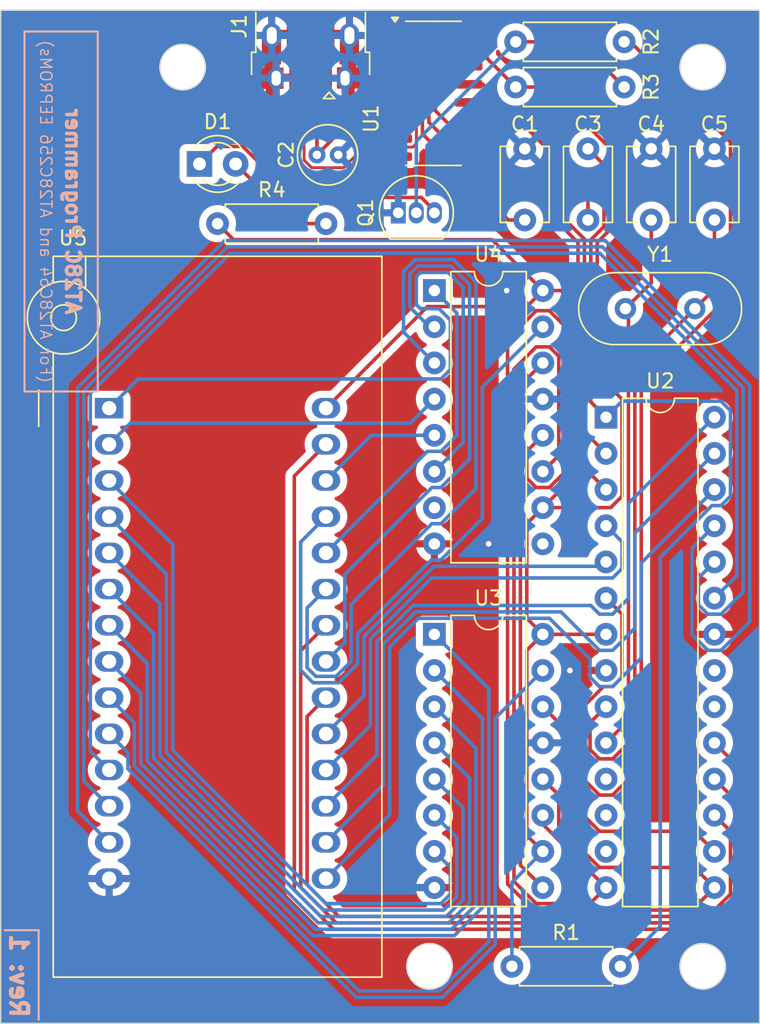
<source format=kicad_pcb>
(kicad_pcb (version 20240108) (generator "pcbnew") (generator_version "8.0")
  (title_block (title "AT28C_Programmer") (date "2024-03-10") (rev "1") (comment 1 "Creator: Matan Brightbert"))
  (layers (0 "F.Cu" signal) (31 "B.Cu" signal) (34 "B.Paste" user) (35 "F.Paste" user) (36 "B.SilkS" user "B.Silkscreen") (37 "F.SilkS" user "F.Silkscreen") (38 "B.Mask" user) (39 "F.Mask" user) (44 "Edge.Cuts" user))
  (net 0 "")
  (net 1 "/Reset")
  (net 2 "GND")
  (net 3 "Net-(U1-~{DTR})")
  (net 4 "+5V")
  (net 5 "Net-(U2-XTAL2{slash}PB7)")
  (net 6 "Net-(U2-XTAL1{slash}PB6)")
  (net 7 "/USB_Data_-")
  (net 8 "/USB_Data_+")
  (net 10 "Net-(U1-TXD)")
  (net 11 "Net-(U1-RXD)")
  (net 12 "Net-(U1-V3)")
  (net 21 "/Data6")
  (net 22 "/Data7")
  (net 23 "Net-(Q1-B)")
  (net 27 "Net-(U2-PB0)")
  (net 28 "Net-(U2-PB1)")
  (net 29 "Net-(U2-PB2)")
  (net 30 "Net-(U2-PB3)")
  (net 31 "Net-(U2-PB4)")
  (net 32 "Net-(U2-PB5)")
  (net 35 "/Data0")
  (net 36 "/Data1")
  (net 37 "/Data2")
  (net 38 "/Data3")
  (net 39 "/Data4")
  (net 40 "/Data5")
  (net 41 "/Addr1")
  (net 42 "/Addr2")
  (net 43 "/Addr3")
  (net 44 "/Addr4")
  (net 45 "/Addr5")
  (net 46 "/Addr6")
  (net 47 "/Addr7")
  (net 48 "Net-(U3-QH')")
  (net 49 "/Addr0")
  (net 50 "/Addr9")
  (net 51 "/Addr10")
  (net 52 "/Addr11")
  (net 53 "/Addr12")
  (net 54 "/Addr13")
  (net 55 "/Addr14")
  (net 58 "/Addr8")
  (net 59 "Net-(D1-K)")
  (net 60 "Net-(U2-PD4)")
  (net 61 "Net-(D1-A)")
  (footprint "Package_DIP:DIP-28_W7.62mm" (layer "F.Cu") (at 164.465 97.79)
    (property "Reference" "U2")
    (property "Value" "ATmega328-P")
  )
  (footprint "Resistor_THT:R_Axial_DIN0207_L6.3mm_D2.5mm_P7.62mm_Horizontal" (layer "F.Cu") (at 137.16 84.201)
    (property "Reference" "R4")
    (property "Value" "1K")
  )
  (footprint "Resistor_THT:R_Axial_DIN0207_L6.3mm_D2.5mm_P7.62mm_Horizontal" (layer "F.Cu") (at 158.115 74.6125)
    (property "Reference" "R3")
    (property "Value" "10K")
  )
  (footprint "Resistor_THT:R_Axial_DIN0207_L6.3mm_D2.5mm_P7.62mm_Horizontal" (layer "F.Cu") (at 157.85 136.335)
    (property "Reference" "R1")
    (property "Value" "10K")
  )
  (footprint "Package_TO_SOT_THT:TO-92_Inline" (layer "F.Cu") (at 149.86 83.439)
    (property "Reference" "Q1")
    (property "Value" "S8050")
  )
  (footprint "Package_DIP:DIP-16_W7.62mm" (layer "F.Cu") (at 152.4 113.03)
    (property "Reference" "U3")
    (property "Value" "74HC595")
  )
  (footprint "Package_SO:SOIC-16_3.9x9.9mm_P1.27mm" (layer "F.Cu") (at 152.335 75.057)
    (property "Reference" "U1")
    (property "Value" "CH340C")
  )
  (footprint "Crystal:Crystal_HC49-4H_Vertical" (layer "F.Cu") (at 165.825 90.17)
    (property "Reference" "Y1")
    (property "Value" "16MHz")
  )
  (footprint "Capacitor_THT:C_Disc_D5.1mm_W3.2mm_P5.00mm" (layer "F.Cu") (at 172.085 83.947 90)
    (property "Reference" "C5")
    (property "Value" "22p")
  )
  (footprint "Package_DIP:DIP-16_W7.62mm" (layer "F.Cu") (at 152.4 88.9)
    (property "Reference" "U4")
    (property "Value" "74HC595")
  )
  (footprint "Socket:DIP_Socket-28_W11.9_W12.7_W15.24_W17.78_W18.5_3M_228-1277-00-0602J" (layer "F.Cu") (at 129.54 97.155)
    (property "Reference" "U5")
    (property "Value" "AT28C256")
  )
  (footprint "Capacitor_THT:C_Disc_D5.1mm_W3.2mm_P5.00mm" (layer "F.Cu") (at 167.64 83.947 90)
    (property "Reference" "C4")
    (property "Value" "22p")
  )
  (footprint "Capacitor_THT:C_Disc_D5.1mm_W3.2mm_P5.00mm" (layer "F.Cu") (at 163.195 83.947 90)
    (property "Reference" "C3")
    (property "Value" "100n")
  )
  (footprint "LED_THT:LED_D3.0mm" (layer "F.Cu") (at 135.89 80.01)
    (property "Reference" "D1")
    (property "Value" "LED")
  )
  (footprint "Connector_USB:USB_Micro-B_Amphenol_10103594-0001LF_Horizontal" (layer "F.Cu") (at 143.675 72.108 180)
    (property "Reference" "J1")
    (property "Value" "USB_B_Micro")
  )
  (footprint "Capacitor_THT:C_Radial_D4.0mm_H7.0mm_P1.50mm" (layer "F.Cu") (at 144.145 79.375)
    (property "Reference" "C2")
    (property "Value" "10μ")
  )
  (footprint "Resistor_THT:R_Axial_DIN0207_L6.3mm_D2.5mm_P7.62mm_Horizontal" (layer "F.Cu") (at 165.735 71.4375 180)
    (property "Reference" "R2")
    (property "Value" "1K")
  )
  (footprint "Capacitor_THT:C_Disc_D5.1mm_W3.2mm_P5.00mm" (layer "F.Cu") (at 158.75 83.947 90)
    (property "Reference" "C1")
    (property "Value" "10n")
  )
  (gr_rect (start 123.5925 70.7175) (end 128.7425 95.9855) (stroke (width 0.15)) (fill none) (layer "B.SilkS"))
  (gr_line (start 124.587 133.801) (end 124.587 140.081) (stroke (width 0.15)) (layer "B.SilkS"))
  (gr_line (start 124.587 133.801) (end 122.207 133.801) (stroke (width 0.15)) (layer "B.SilkS"))
  (gr_circle (center 152.06 136.335) (end 153.66 136.335) (stroke (width 0.1)) (fill none) (layer "Edge.Cuts"))
  (gr_circle (center 134.71 73.215) (end 136.31 73.215) (stroke (width 0.1)) (fill none) (layer "Edge.Cuts"))
  (gr_rect (start 121.92 69.215) (end 175.26 140.335) (stroke (width 0.1)) (fill none) (layer "Edge.Cuts"))
  (gr_circle (center 171.26 73.215) (end 172.86 73.215) (stroke (width 0.1)) (fill none) (layer "Edge.Cuts"))
  (gr_circle (center 171.26 136.335) (end 172.86 136.335) (stroke (width 0.1)) (fill none) (layer "Edge.Cuts"))
  (gr_text "(For AT28C64 and AT28C256 EEPROMs)" (at 125.095 83.3515 270) (layer "B.SilkS") (effects (font (size 0.8 0.8) (thickness 0.1)) (justify mirror)))
  (gr_text "AT28C Programmer" (at 127 83.3515 270) (layer "B.SilkS") (effects (font (size 1 1) (thickness 0.25)) (justify mirror)))
  (gr_text "Rev: 1" (at 123.19 140.081 -90) (layer "B.SilkS") (effects (font (size 1.2 1.2) (thickness 0.3)) (justify left mirror)))
  (segment (start 164.465 97.79) (end 163.395 96.72) (width 0.25) (layer "F.Cu") (net 1))
  (segment (start 163.395 96.72) (end 163.395 85.337991) (width 0.25) (layer "F.Cu") (net 1))
  (segment (start 163.395 85.337991) (end 164.32 84.412991) (width 0.25) (layer "F.Cu") (net 1))
  (segment (start 164.32 84.412991) (end 164.32 80.072) (width 0.25) (layer "F.Cu") (net 1))
  (segment (start 164.32 80.072) (end 163.195 78.947) (width 0.25) (layer "F.Cu") (net 1))
  (segment (start 171.909009 103.995) (end 172.550991 103.995) (width 0.25) (layer "B.Cu") (net 1))
  (segment (start 173.21 103.335991) (end 173.21 97.324009) (width 0.25) (layer "B.Cu") (net 1))
  (segment (start 172.550991 96.665) (end 165.59 96.665) (width 0.25) (layer "B.Cu") (net 1))
  (segment (start 165.47 136.335) (end 168.275 133.53) (width 0.25) (layer "B.Cu") (net 1))
  (segment (start 165.59 96.665) (end 164.465 97.79) (width 0.25) (layer "B.Cu") (net 1))
  (segment (start 172.550991 103.995) (end 173.21 103.335991) (width 0.25) (layer "B.Cu") (net 1))
  (segment (start 173.21 97.324009) (end 172.550991 96.665) (width 0.25) (layer "B.Cu") (net 1))
  (segment (start 168.275 133.53) (end 168.275 107.629009) (width 0.25) (layer "B.Cu") (net 1))
  (segment (start 168.275 107.629009) (end 171.909009 103.995) (width 0.25) (layer "B.Cu") (net 1))
  (segment (start 142.74 70.723) (end 141.24 70.723) (width 0.25) (layer "F.Cu") (net 2))
  (segment (start 141.24 71.485) (end 140.97 71.755) (width 0.25) (layer "F.Cu") (net 2))
  (segment (start 146.16 70.723) (end 146.43 70.993) (width 0.25) (layer "F.Cu") (net 2))
  (segment (start 144.66 70.723) (end 146.16 70.723) (width 0.25) (layer "F.Cu") (net 2))
  (segment (start 146.16 71.485) (end 146.43 71.755) (width 0.25) (layer "F.Cu") (net 2))
  (segment (start 141.24 70.723) (end 140.97 70.993) (width 0.25) (layer "F.Cu") (net 2))
  (via (at 161.925 115.57) (size 0.8) (drill 0.4) (layers "F.Cu" "B.Cu") (net 2))
  (via (at 156.21 106.68) (size 0.8) (drill 0.4) (layers "F.Cu" "B.Cu") (net 2))
  (via (at 157.48 88.9) (size 0.8) (drill 0.4) (layers "F.Cu" "B.Cu") (net 2))
  (segment (start 155.815991 74.422) (end 154.81 74.422) (width 0.25) (layer "F.Cu") (net 3))
  (segment (start 163.195 83.947) (end 163.195 81.801009) (width 0.25) (layer "F.Cu") (net 3))
  (segment (start 163.195 81.801009) (end 155.815991 74.422) (width 0.25) (layer "F.Cu") (net 3))
  (segment (start 165.59 96.52) (end 165.59 103.335991) (width 0.25) (layer "F.Cu") (net 4))
  (segment (start 164.77 84.599387) (end 163.845 85.524387) (width 0.25) (layer "F.Cu") (net 4))
  (segment (start 164.77 78.931009) (end 160.451491 74.6125) (width 0.25) (layer "F.Cu") (net 4))
  (segment (start 144.78 97.155) (end 151.91 90.025) (width 0.25) (layer "F.Cu") (net 4))
  (segment (start 156.11 72.6075) (end 158.115 74.6125) (width 0.25) (layer "F.Cu") (net 4))
  (segment (start 160.02 128.27) (end 158.895 127.145) (width 0.25) (layer "F.Cu") (net 4))
  (segment (start 158.895 90.025) (end 160.02 88.9) (width 0.25) (layer "F.Cu") (net 4))
  (segment (start 164.77 78.931009) (end 164.77 84.599387) (width 0.25) (layer "F.Cu") (net 4))
  (segment (start 164.785991 104.14) (end 160.02 104.14) (width 0.25) (layer "F.Cu") (net 4))
  (segment (start 145 74.755726) (end 144.145 75.610726) (width 0.25) (layer "F.Cu") (net 4))
  (segment (start 161.29 88.9) (end 162.045 89.655) (width 0.25) (layer "F.Cu") (net 4))
  (segment (start 156.446 85.326) (end 138.285 85.326) (width 0.25) (layer "F.Cu") (net 4))
  (segment (start 156.446 85.326) (end 160.02 88.9) (width 0.25) (layer "F.Cu") (net 4))
  (segment (start 158.895 127.145) (end 158.895 114.155) (width 0.25) (layer "F.Cu") (net 4))
  (segment (start 158.895 111.905) (end 158.895 105.265) (width 0.25) (layer "F.Cu") (net 4))
  (segment (start 163.845 94.775) (end 165.59 96.52) (width 0.25) (layer "F.Cu") (net 4))
  (segment (start 165.59 103.335991) (end 164.785991 104.14) (width 0.25) (layer "F.Cu") (net 4))
  (segment (start 145 73.873) (end 145 74.755726) (width 0.25) (layer "F.Cu") (net 4))
  (segment (start 151.91 90.025) (end 158.895 90.025) (width 0.25) (layer "F.Cu") (net 4))
  (segment (start 154.81 70.612) (end 155.784999 70.612) (width 0.25) (layer "F.Cu") (net 4))
  (segment (start 148.56 71.531092) (end 148.854092 71.237) (width 0.25) (layer "F.Cu") (net 4))
  (segment (start 162.045 89.655) (end 162.045 102.115) (width 0.25) (layer "F.Cu") (net 4))
  (segment (start 144.145 79.375) (end 148.56 74.96) (width 0.25) (layer "F.Cu") (net 4))
  (segment (start 148.854092 71.237) (end 154.185 71.237) (width 0.25) (layer "F.Cu") (net 4))
  (segment (start 138.285 85.326) (end 137.16 84.201) (width 0.25) (layer "F.Cu") (net 4))
  (segment (start 160.451491 74.6125) (end 158.115 74.6125) (width 0.25) (layer "F.Cu") (net 4))
  (segment (start 162.045 102.115) (end 160.02 104.14) (width 0.25) (layer "F.Cu") (net 4))
  (segment (start 160.02 113.03) (end 158.895 111.905) (width 0.25) (layer "F.Cu") (net 4))
  (segment (start 156.11 70.937001) (end 156.11 72.6075) (width 0.25) (layer "F.Cu") (net 4))
  (segment (start 163.845 85.524387) (end 163.845 94.775) (width 0.25) (layer "F.Cu") (net 4))
  (segment (start 158.895 114.155) (end 160.02 113.03) (width 0.25) (layer "F.Cu") (net 4))
  (segment (start 148.56 74.96) (end 148.56 71.531092) (width 0.25) (layer "F.Cu") (net 4))
  (segment (start 160.02 113.03) (end 164.465 113.03) (width 0.25) (layer "F.Cu") (net 4))
  (segment (start 158.895 105.265) (end 160.02 104.14) (width 0.25) (layer "F.Cu") (net 4))
  (segment (start 154.185 71.237) (end 154.81 70.612) (width 0.25) (layer "F.Cu") (net 4))
  (segment (start 155.784999 70.612) (end 156.11 70.937001) (width 0.25) (layer "F.Cu") (net 4))
  (segment (start 160.02 88.9) (end 161.29 88.9) (width 0.25) (layer "F.Cu") (net 4))
  (segment (start 144.145 75.610726) (end 144.145 79.375) (width 0.25) (layer "F.Cu") (net 4))
  (segment (start 157.85 130.44) (end 160.02 128.27) (width 0.25) (layer "B.Cu") (net 4))
  (segment (start 157.85 136.335) (end 157.85 130.44) (width 0.25) (layer "B.Cu") (net 4))
  (segment (start 166.04 90.385) (end 166.04 119.075) (width 0.25) (layer "F.Cu") (net 5))
  (segment (start 166.04 119.075) (end 164.465 120.65) (width 0.25) (layer "F.Cu") (net 5))
  (segment (start 165.825 90.17) (end 167.64 88.355) (width 0.25) (layer "F.Cu") (net 5))
  (segment (start 165.825 90.17) (end 166.04 90.385) (width 0.25) (layer "F.Cu") (net 5))
  (segment (start 167.64 88.355) (end 167.64 83.947) (width 0.25) (layer "F.Cu") (net 5))
  (segment (start 164.465 118.11) (end 163.34 119.235) (width 0.25) (layer "F.Cu") (net 6))
  (segment (start 166.49 120.215991) (end 166.49 94.385) (width 0.25) (layer "F.Cu") (net 6))
  (segment (start 164.930991 121.775) (end 166.49 120.215991) (width 0.25) (layer "F.Cu") (net 6))
  (segment (start 163.34 119.235) (end 163.34 121.115991) (width 0.25) (layer "F.Cu") (net 6))
  (segment (start 163.34 121.115991) (end 163.999009 121.775) (width 0.25) (layer "F.Cu") (net 6))
  (segment (start 166.49 94.385) (end 170.705 90.17) (width 0.25) (layer "F.Cu") (net 6))
  (segment (start 172.085 88.79) (end 172.085 83.947) (width 0.25) (layer "F.Cu") (net 6))
  (segment (start 170.705 90.17) (end 172.085 88.79) (width 0.25) (layer "F.Cu") (net 6))
  (segment (start 163.999009 121.775) (end 164.930991 121.775) (width 0.25) (layer "F.Cu") (net 6))
  (segment (start 144.35 73.873) (end 144.35 74.804686) (width 0.2) (layer "F.Cu") (net 7))
  (segment (start 143.245 75.909686) (end 143.245 79.747793) (width 0.2) (layer "F.Cu") (net 7))
  (segment (start 146.017793 80.275) (end 149.330793 76.962) (width 0.2) (layer "F.Cu") (net 7))
  (segment (start 143.245 79.747793) (end 143.772207 80.275) (width 0.2) (layer "F.Cu") (net 7))
  (segment (start 144.35 74.804686) (end 143.245 75.909686) (width 0.2) (layer "F.Cu") (net 7))
  (segment (start 143.772207 80.275) (end 146.017793 80.275) (width 0.2) (layer "F.Cu") (net 7))
  (segment (start 149.330793 76.962) (end 149.86 76.962) (width 0.2) (layer "F.Cu") (net 7))
  (segment (start 143.7 73.873) (end 143.7 74.889) (width 0.2) (layer "F.Cu") (net 8))
  (segment (start 147.071448 80.675) (end 148.914448 78.832) (width 0.2) (layer "F.Cu") (net 8))
  (segment (start 150.834999 75.692) (end 149.86 75.692) (width 0.2) (layer "F.Cu") (net 8))
  (segment (start 142.845 79.913479) (end 143.606522 80.675) (width 0.2) (layer "F.Cu") (net 8))
  (segment (start 148.914448 78.832) (end 150.875552 78.832) (width 0.2) (layer "F.Cu") (net 8))
  (segment (start 150.875552 78.832) (end 151.135 78.572552) (width 0.2) (layer "F.Cu") (net 8))
  (segment (start 143.7 74.889) (end 142.845 75.744001) (width 0.2) (layer "F.Cu") (net 8))
  (segment (start 151.135 75.992001) (end 150.834999 75.692) (width 0.2) (layer "F.Cu") (net 8))
  (segment (start 143.606522 80.675) (end 147.071448 80.675) (width 0.2) (layer "F.Cu") (net 8))
  (segment (start 142.845 75.744001) (end 142.845 79.913479) (width 0.2) (layer "F.Cu") (net 8))
  (segment (start 151.135 78.572552) (end 151.135 75.992001) (width 0.2) (layer "F.Cu") (net 8))
  (segment (start 156.11 77.881092) (end 155.815908 77.587) (width 0.25) (layer "F.Cu") (net 10))
  (segment (start 152.46 76.262908) (end 152.46 73.72) (width 0.25) (layer "F.Cu") (net 10))
  (segment (start 156.11 78.452991) (end 156.11 77.881092) (width 0.25) (layer "F.Cu") (net 10))
  (segment (start 164.465 100.33) (end 162.945 98.81) (width 0.25) (layer "F.Cu") (net 10))
  (segment (start 155.815908 77.587) (end 153.784092 77.587) (width 0.25) (layer "F.Cu") (net 10))
  (segment (start 162.945 98.81) (end 162.945 85.287991) (width 0.25) (layer "F.Cu") (net 10))
  (segment (start 150.622 71.882) (end 149.86 71.882) (width 0.25) (layer "F.Cu") (net 10))
  (segment (start 152.46 73.72) (end 150.622 71.882) (width 0.25) (layer "F.Cu") (net 10))
  (segment (start 162.945 85.287991) (end 156.11 78.452991) (width 0.25) (layer "F.Cu") (net 10))
  (segment (start 153.784092 77.587) (end 152.46 76.262908) (width 0.25) (layer "F.Cu") (net 10))
  (segment (start 162.495 85.536092) (end 155.815908 78.857) (width 0.25) (layer "F.Cu") (net 11))
  (segment (start 152.01 77.082908) (end 152.01 74.327001) (width 0.25) (layer "F.Cu") (net 11))
  (segment (start 155.815908 78.857) (end 153.784092 78.857) (width 0.25) (layer "F.Cu") (net 11))
  (segment (start 150.834999 73.152) (end 149.86 73.152) (width 0.25) (layer "F.Cu") (net 11))
  (segment (start 164.465 102.87) (end 162.495 100.9) (width 0.25) (layer "F.Cu") (net 11))
  (segment (start 153.784092 78.857) (end 152.01 77.082908) (width 0.25) (layer "F.Cu") (net 11))
  (segment (start 162.495 100.9) (end 162.495 85.536092) (width 0.25) (layer "F.Cu") (net 11))
  (segment (start 152.01 74.327001) (end 150.834999 73.152) (width 0.25) (layer "F.Cu") (net 11))
  (segment (start 151.56 75.147001) (end 150.834999 74.422) (width 0.25) (layer "F.Cu") (net 12))
  (segment (start 150.834999 74.422) (end 149.86 74.422) (width 0.25) (layer "F.Cu") (net 12))
  (segment (start 151.56 77.902908) (end 157.604092 83.947) (width 0.25) (layer "F.Cu") (net 12))
  (segment (start 151.56 77.902908) (end 151.56 75.147001) (width 0.25) (layer "F.Cu") (net 12))
  (segment (start 157.604092 83.947) (end 158.75 83.947) (width 0.25) (layer "F.Cu") (net 12))
  (segment (start 144.78 122.555) (end 147.905 119.43) (width 0.25) (layer "B.Cu") (net 21))
  (segment (start 152.195812 109.075) (end 164.930991 109.075) (width 0.25) (layer "B.Cu") (net 21))
  (segment (start 147.905 119.43) (end 147.905 113.365812) (width 0.25) (layer "B.Cu") (net 21))
  (segment (start 165.59 108.415991) (end 165.59 106.535) (width 0.25) (layer "B.Cu") (net 21))
  (segment (start 164.930991 109.075) (end 165.59 108.415991) (width 0.25) (layer "B.Cu") (net 21))
  (segment (start 165.59 106.535) (end 164.465 105.41) (width 0.25) (layer "B.Cu") (net 21))
  (segment (start 147.905 113.365812) (end 152.195812 109.075) (width 0.25) (layer "B.Cu") (net 21))
  (segment (start 147.455 113.179416) (end 152.379416 108.255) (width 0.25) (layer "B.Cu") (net 22))
  (segment (start 152.379416 108.255) (end 164.16 108.255) (width 0.25) (layer "B.Cu") (net 22))
  (segment (start 144.78 120.015) (end 147.455 117.34) (width 0.25) (layer "B.Cu") (net 22))
  (segment (start 147.455 117.34) (end 147.455 113.179416) (width 0.25) (layer "B.Cu") (net 22))
  (segment (start 164.16 108.255) (end 164.465 107.95) (width 0.25) (layer "B.Cu") (net 22))
  (segment (start 162.56 71.4375) (end 165.735 74.6125) (width 0.25) (layer "F.Cu") (net 23))
  (segment (start 158.115 71.4375) (end 162.56 71.4375) (width 0.25) (layer "F.Cu") (net 23))
  (segment (start 151.13 83.439) (end 151.13 78.4225) (width 0.25) (layer "B.Cu") (net 23))
  (segment (start 151.13 78.4225) (end 158.115 71.4375) (width 0.25) (layer "B.Cu") (net 23))
  (segment (start 159.554009 92.855) (end 160.485991 92.855) (width 0.25) (layer "F.Cu") (net 27))
  (segment (start 157.995 130.375991) (end 157.995 94.414009) (width 0.25) (layer "F.Cu") (net 27))
  (segment (start 164.465 130.81) (end 163.34 131.935) (width 0.25) (layer "F.Cu") (net 27))
  (segment (start 161.145 100.475) (end 160.02 101.6) (width 0.25) (layer "F.Cu") (net 27))
  (segment (start 163.34 131.935) (end 159.554009 131.935) (width 0.25) (layer "F.Cu") (net 27))
  (segment (start 160.02 126.365) (end 164.465 130.81) (width 0.25) (layer "F.Cu") (net 27))
  (segment (start 160.02 125.73) (end 160.02 126.365) (width 0.25) (layer "F.Cu") (net 27))
  (segment (start 159.554009 131.935) (end 157.995 130.375991) (width 0.25) (layer "F.Cu") (net 27))
  (segment (start 160.485991 92.855) (end 161.145 93.514009) (width 0.25) (layer "F.Cu") (net 27))
  (segment (start 157.995 94.414009) (end 159.554009 92.855) (width 0.25) (layer "F.Cu") (net 27))
  (segment (start 161.145 93.514009) (end 161.145 100.475) (width 0.25) (layer "F.Cu") (net 27))
  (segment (start 163.999009 129.395) (end 170.67 129.395) (width 0.25) (layer "F.Cu") (net 28))
  (segment (start 158.895 100.185) (end 160.02 99.06) (width 0.25) (layer "F.Cu") (net 28))
  (segment (start 158.895 102.065991) (end 158.895 100.185) (width 0.25) (layer "F.Cu") (net 28))
  (segment (start 159.554009 102.725) (end 158.895 102.065991) (width 0.25) (layer "F.Cu") (net 28))
  (segment (start 161.595 91.424009) (end 161.595 101.615991) (width 0.25) (layer "F.Cu") (net 28))
  (segment (start 160.485991 102.725) (end 159.554009 102.725) (width 0.25) (layer "F.Cu") (net 28))
  (segment (start 161.145 126.540991) (end 163.999009 129.395) (width 0.25) (layer "F.Cu") (net 28))
  (segment (start 160.02 123.19) (end 161.145 124.315) (width 0.25) (layer "F.Cu") (net 28))
  (segment (start 160.485991 90.315) (end 161.595 91.424009) (width 0.25) (layer "F.Cu") (net 28))
  (segment (start 172.085 130.81) (end 170.51 132.385) (width 0.25) (layer "F.Cu") (net 28))
  (segment (start 170.67 129.395) (end 172.085 130.81) (width 0.25) (layer "F.Cu") (net 28))
  (segment (start 170.51 132.385) (end 159.367613 132.385) (width 0.25) (layer "F.Cu") (net 28))
  (segment (start 159.367613 132.385) (end 157.545 130.562387) (width 0.25) (layer "F.Cu") (net 28))
  (segment (start 159.554009 90.315) (end 160.485991 90.315) (width 0.25) (layer "F.Cu") (net 28))
  (segment (start 161.145 124.315) (end 161.145 126.540991) (width 0.25) (layer "F.Cu") (net 28))
  (segment (start 157.545 92.324009) (end 159.554009 90.315) (width 0.25) (layer "F.Cu") (net 28))
  (segment (start 157.545 130.562387) (end 157.545 92.324009) (width 0.25) (layer "F.Cu") (net 28))
  (segment (start 161.595 101.615991) (end 160.485991 102.725) (width 0.25) (layer "F.Cu") (net 28))
  (segment (start 161.595 124.450991) (end 163.999009 126.855) (width 0.25) (layer "F.Cu") (net 29))
  (segment (start 163.999009 126.855) (end 170.67 126.855) (width 0.25) (layer "F.Cu") (net 29))
  (segment (start 160.02 118.11) (end 161.595 119.685) (width 0.25) (layer "F.Cu") (net 29))
  (segment (start 161.595 119.685) (end 161.595 124.450991) (width 0.25) (layer "F.Cu") (net 29))
  (segment (start 170.67 126.855) (end 172.085 128.27) (width 0.25) (layer "F.Cu") (net 29))
  (segment (start 143.455 130.607853) (end 145.682147 132.835) (width 0.25) (layer "F.Cu") (net 30))
  (segment (start 145.682147 132.835) (end 171.650991 132.835) (width 0.25) (layer "F.Cu") (net 30))
  (segment (start 173.21 126.855) (end 172.085 125.73) (width 0.25) (layer "F.Cu") (net 30))
  (segment (start 144.78 117.475) (end 143.455 118.8) (width 0.25) (layer "F.Cu") (net 30))
  (segment (start 171.650991 132.835) (end 173.21 131.275991) (width 0.25) (layer "F.Cu") (net 30))
  (segment (start 173.21 131.275991) (end 173.21 126.855) (width 0.25) (layer "F.Cu") (net 30))
  (segment (start 143.455 118.8) (end 143.455 130.607853) (width 0.25) (layer "F.Cu") (net 30))
  (segment (start 145.495751 133.285) (end 171.837387 133.285) (width 0.25) (layer "F.Cu") (net 31))
  (segment (start 143.005 130.794249) (end 145.495751 133.285) (width 0.25) (layer "F.Cu") (net 31))
  (segment (start 171.837387 133.285) (end 173.66 131.462387) (width 0.25) (layer "F.Cu") (net 31))
  (segment (start 144.78 112.395) (end 143.005 114.17) (width 0.25) (layer "F.Cu") (net 31))
  (segment (start 173.66 124.765) (end 172.085 123.19) (width 0.25) (layer "F.Cu") (net 31))
  (segment (start 173.66 131.462387) (end 173.66 124.765) (width 0.25) (layer "F.Cu") (net 31))
  (segment (start 143.005 114.17) (end 143.005 130.794249) (width 0.25) (layer "F.Cu") (net 31))
  (segment (start 172.023783 133.735) (end 145.309355 133.735) (width 0.25) (layer "F.Cu") (net 32))
  (segment (start 142.555 101.92) (end 144.78 99.695) (width 0.25) (layer "F.Cu") (net 32))
  (segment (start 145.309355 133.735) (end 142.555 130.980645) (width 0.25) (layer "F.Cu") (net 32))
  (segment (start 172.085 120.65) (end 174.11 122.675) (width 0.25) (layer "F.Cu") (net 32))
  (segment (start 174.11 122.675) (end 174.11 131.648783) (width 0.25) (layer "F.Cu") (net 32))
  (segment (start 142.555 130.980645) (end 142.555 101.92) (width 0.25) (layer "F.Cu") (net 32))
  (segment (start 174.11 131.648783) (end 172.023783 133.735) (width 0.25) (layer "F.Cu") (net 32))
  (segment (start 128.215 96.11) (end 138.045 86.28) (width 0.25) (layer "B.Cu") (net 35))
  (segment (start 173.66 108.915) (end 172.085 110.49) (width 0.25) (layer "B.Cu") (net 35))
  (segment (start 173.66 95.918072) (end 173.66 108.915) (width 0.25) (layer "B.Cu") (net 35))
  (segment (start 164.021928 86.28) (end 173.66 95.918072) (width 0.25) (layer "B.Cu") (net 35))
  (segment (start 128.215 121.23) (end 128.215 96.11) (width 0.25) (layer "B.Cu") (net 35))
  (segment (start 138.045 86.28) (end 164.021928 86.28) (width 0.25) (layer "B.Cu") (net 35))
  (segment (start 129.54 122.555) (end 128.215 121.23) (width 0.25) (layer "B.Cu") (net 35))
  (segment (start 171.619009 111.615) (end 170.96 110.955991) (width 0.25) (layer "B.Cu") (net 36))
  (segment (start 164.208324 85.83) (end 174.11 95.731676) (width 0.25) (layer "B.Cu") (net 36))
  (segment (start 172.550991 111.615) (end 171.619009 111.615) (width 0.25) (layer "B.Cu") (net 36))
  (segment (start 170.96 109.075) (end 172.085 107.95) (width 0.25) (layer "B.Cu") (net 36))
  (segment (start 170.96 110.955991) (end 170.96 109.075) (width 0.25) (layer "B.Cu") (net 36))
  (segment (start 129.54 125.095) (end 127.765 123.32) (width 0.25) (layer "B.Cu") (net 36))
  (segment (start 127.765 123.32) (end 127.765 95.923604) (width 0.25) (layer "B.Cu") (net 36))
  (segment (start 174.11 110.055991) (end 172.550991 111.615) (width 0.25) (layer "B.Cu") (net 36))
  (segment (start 137.858604 85.83) (end 164.208324 85.83) (width 0.25) (layer "B.Cu") (net 36))
  (segment (start 127.765 95.923604) (end 137.858604 85.83) (width 0.25) (layer "B.Cu") (net 36))
  (segment (start 174.11 95.731676) (end 174.11 110.055991) (width 0.25) (layer "B.Cu") (net 36))
  (segment (start 170.51 106.985) (end 172.085 105.41) (width 0.25) (layer "B.Cu") (net 37))
  (segment (start 171.619009 114.155) (end 170.51 113.045991) (width 0.25) (layer "B.Cu") (net 37))
  (segment (start 129.54 127.635) (end 127.315 125.41) (width 0.25) (layer "B.Cu") (net 37))
  (segment (start 137.672208 85.38) (end 164.39472 85.38) (width 0.25) (layer "B.Cu") (net 37))
  (segment (start 170.51 113.045991) (end 170.51 106.985) (width 0.25) (layer "B.Cu") (net 37))
  (segment (start 127.315 95.737208) (end 137.672208 85.38) (width 0.25) (layer "B.Cu") (net 37))
  (segment (start 172.550991 114.155) (end 171.619009 114.155) (width 0.25) (layer "B.Cu") (net 37))
  (segment (start 174.56 112.145991) (end 172.550991 114.155) (width 0.25) (layer "B.Cu") (net 37))
  (segment (start 164.39472 85.38) (end 174.56 95.54528) (width 0.25) (layer "B.Cu") (net 37))
  (segment (start 174.56 95.54528) (end 174.56 112.145991) (width 0.25) (layer "B.Cu") (net 37))
  (segment (start 127.315 125.41) (end 127.315 95.737208) (width 0.25) (layer "B.Cu") (net 37))
  (segment (start 166.94 114.685991) (end 166.94 108.015) (width 0.25) (layer "B.Cu") (net 38))
  (segment (start 144.78 130.175) (end 149.255 125.7) (width 0.25) (layer "B.Cu") (net 38))
  (segment (start 149.255 125.7) (end 149.255 113.925) (width 0.25) (layer "B.Cu") (net 38))
  (segment (start 149.255 113.925) (end 151.275 111.905) (width 0.25) (layer "B.Cu") (net 38))
  (segment (start 151.275 111.905) (end 160.485991 111.905) (width 0.25) (layer "B.Cu") (net 38))
  (segment (start 163.34 114.759009) (end 163.34 116.035991) (width 0.25) (layer "B.Cu") (net 38))
  (segment (start 164.930991 116.695) (end 166.94 114.685991) (width 0.25) (layer "B.Cu") (net 38))
  (segment (start 160.485991 111.905) (end 163.34 114.759009) (width 0.25) (layer "B.Cu") (net 38))
  (segment (start 163.34 116.035991) (end 163.999009 116.695) (width 0.25) (layer "B.Cu") (net 38))
  (segment (start 166.94 108.015) (end 172.085 102.87) (width 0.25) (layer "B.Cu") (net 38))
  (segment (start 163.999009 116.695) (end 164.930991 116.695) (width 0.25) (layer "B.Cu") (net 38))
  (segment (start 148.805 113.738604) (end 151.088604 111.455) (width 0.25) (layer "B.Cu") (net 39))
  (segment (start 144.78 127.635) (end 148.805 123.61) (width 0.25) (layer "B.Cu") (net 39))
  (segment (start 161.299009 111.455) (end 163.999009 114.155) (width 0.25) (layer "B.Cu") (net 39))
  (segment (start 166.49 105.925) (end 172.085 100.33) (width 0.25) (layer "B.Cu") (net 39))
  (segment (start 166.49 112.595991) (end 166.49 105.925) (width 0.25) (layer "B.Cu") (net 39))
  (segment (start 163.999009 114.155) (end 164.930991 114.155) (width 0.25) (layer "B.Cu") (net 39))
  (segment (start 148.805 123.61) (end 148.805 113.738604) (width 0.25) (layer "B.Cu") (net 39))
  (segment (start 151.088604 111.455) (end 161.299009 111.455) (width 0.25) (layer "B.Cu") (net 39))
  (segment (start 164.930991 114.155) (end 166.49 112.595991) (width 0.25) (layer "B.Cu") (net 39))
  (segment (start 166.04 110.505991) (end 166.04 103.835) (width 0.25) (layer "B.Cu") (net 40))
  (segment (start 163.389009 111.005) (end 163.999009 111.615) (width 0.25) (layer "B.Cu") (net 40))
  (segment (start 164.930991 111.615) (end 166.04 110.505991) (width 0.25) (layer "B.Cu") (net 40))
  (segment (start 148.355 121.52) (end 148.355 113.552208) (width 0.25) (layer "B.Cu") (net 40))
  (segment (start 166.04 103.835) (end 172.085 97.79) (width 0.25) (layer "B.Cu") (net 40))
  (segment (start 150.902208 111.005) (end 163.389009 111.005) (width 0.25) (layer "B.Cu") (net 40))
  (segment (start 144.78 125.095) (end 148.355 121.52) (width 0.25) (layer "B.Cu") (net 40))
  (segment (start 163.999009 111.615) (end 164.930991 111.615) (width 0.25) (layer "B.Cu") (net 40))
  (segment (start 148.355 113.552208) (end 150.902208 111.005) (width 0.25) (layer "B.Cu") (net 40))
  (segment (start 152.775569 138.062534) (end 156.225 134.613103) (width 0.25) (layer "B.Cu") (net 41))
  (segment (start 129.54 117.475) (end 131.315 119.25) (width 0.25) (layer "B.Cu") (net 41))
  (segment (start 147.091305 138.062534) (end 152.775569 138.062534) (width 0.25) (layer "B.Cu") (net 41))
  (segment (start 131.315 122.286229) (end 147.091305 138.062534) (width 0.25) (layer "B.Cu") (net 41))
  (segment (start 156.225 134.613103) (end 156.225 116.855) (width 0.25) (layer "B.Cu") (net 41))
  (segment (start 131.315 119.25) (end 131.315 122.286229) (width 0.25) (layer "B.Cu") (net 41))
  (segment (start 156.225 116.855) (end 152.4 113.03) (width 0.25) (layer "B.Cu") (net 41))
  (segment (start 155.775 118.945) (end 152.4 115.57) (width 0.25) (layer "B.Cu") (net 42))
  (segment (start 129.54 114.935) (end 131.765 117.16) (width 0.25) (layer "B.Cu") (net 42))
  (segment (start 131.765 117.16) (end 131.765 122.099833) (width 0.25) (layer "B.Cu") (net 42))
  (segment (start 143.850167 134.185) (end 153.797971 134.185) (width 0.25) (layer "B.Cu") (net 42))
  (segment (start 153.797971 134.185) (end 155.775 132.207971) (width 0.25) (layer "B.Cu") (net 42))
  (segment (start 155.775 132.207971) (end 155.775 118.945) (width 0.25) (layer "B.Cu") (net 42))
  (segment (start 131.765 122.099833) (end 143.850167 134.185) (width 0.25) (layer "B.Cu") (net 42))
  (segment (start 155.325 132.021575) (end 155.325 121.035) (width 0.25) (layer "B.Cu") (net 43))
  (segment (start 153.611575 133.735) (end 155.325 132.021575) (width 0.25) (layer "B.Cu") (net 43))
  (segment (start 132.215 115.07) (end 132.215 121.913437) (width 0.25) (layer "B.Cu") (net 43))
  (segment (start 144.036563 133.735) (end 153.611575 133.735) (width 0.25) (layer "B.Cu") (net 43))
  (segment (start 155.325 121.035) (end 152.4 118.11) (width 0.25) (layer "B.Cu") (net 43))
  (segment (start 132.215 121.913437) (end 144.036563 133.735) (width 0.25) (layer "B.Cu") (net 43))
  (segment (start 129.54 112.395) (end 132.215 115.07) (width 0.25) (layer "B.Cu") (net 43))
  (segment (start 129.54 109.855) (end 132.665 112.98) (width 0.25) (layer "B.Cu") (net 44))
  (segment (start 154.875 123.125) (end 152.4 120.65) (width 0.25) (layer "B.Cu") (net 44))
  (segment (start 132.665 112.98) (end 132.665 121.727041) (width 0.25) (layer "B.Cu") (net 44))
  (segment (start 132.665 121.727041) (end 144.222959 133.285) (width 0.25) (layer "B.Cu") (net 44))
  (segment (start 154.875 131.835179) (end 154.875 123.125) (width 0.25) (layer "B.Cu") (net 44))
  (segment (start 144.222959 133.285) (end 153.425179 133.285) (width 0.25) (layer "B.Cu") (net 44))
  (segment (start 153.425179 133.285) (end 154.875 131.835179) (width 0.25) (layer "B.Cu") (net 44))
  (segment (start 144.409355 132.835) (end 153.238783 132.835) (width 0.25) (layer "B.Cu") (net 45))
  (segment (start 153.238783 132.835) (end 154.425 131.648783) (width 0.25) (layer "B.Cu") (net 45))
  (segment (start 154.425 125.215) (end 152.4 123.19) (width 0.25) (layer "B.Cu") (net 45))
  (segment (start 133.115 121.540645) (end 144.409355 132.835) (width 0.25) (layer "B.Cu") (net 45))
  (segment (start 129.54 107.315) (end 133.115 110.89) (width 0.25) (layer "B.Cu") (net 45))
  (segment (start 133.115 110.89) (end 133.115 121.540645) (width 0.25) (layer "B.Cu") (net 45))
  (segment (start 154.425 131.648783) (end 154.425 125.215) (width 0.25) (layer "B.Cu") (net 45))
  (segment (start 153.975 131.462387) (end 153.975 127.305) (width 0.25) (layer "B.Cu") (net 46))
  (segment (start 133.565 121.354249) (end 144.595751 132.385) (width 0.25) (layer "B.Cu") (net 46))
  (segment (start 144.595751 132.385) (end 153.052387 132.385) (width 0.25) (layer "B.Cu") (net 46))
  (segment (start 133.565 108.8) (end 133.565 121.354249) (width 0.25) (layer "B.Cu") (net 46))
  (segment (start 129.54 104.775) (end 133.565 108.8) (width 0.25) (layer "B.Cu") (net 46))
  (segment (start 153.975 127.305) (end 152.4 125.73) (width 0.25) (layer "B.Cu") (net 46))
  (segment (start 153.052387 132.385) (end 153.975 131.462387) (width 0.25) (layer "B.Cu") (net 46))
  (segment (start 129.54 102.235) (end 134.015 106.71) (width 0.25) (layer "B.Cu") (net 47))
  (segment (start 134.015 106.71) (end 134.015 121.167853) (width 0.25) (layer "B.Cu") (net 47))
  (segment (start 144.782147 131.935) (end 152.865991 131.935) (width 0.25) (layer "B.Cu") (net 47))
  (segment (start 134.015 121.167853) (end 144.782147 131.935) (width 0.25) (layer "B.Cu") (net 47))
  (segment (start 153.525 131.275991) (end 153.525 129.395) (width 0.25) (layer "B.Cu") (net 47))
  (segment (start 152.865991 131.935) (end 153.525 131.275991) (width 0.25) (layer "B.Cu") (net 47))
  (segment (start 153.525 129.395) (end 152.4 128.27) (width 0.25) (layer "B.Cu") (net 47))
  (segment (start 158.445 95.555) (end 160.02 93.98) (width 0.25) (layer "F.Cu") (net 48))
  (segment (start 158.445 129.235) (end 158.445 95.555) (width 0.25) (layer "F.Cu") (net 48))
  (segment (start 160.02 130.81) (end 158.445 129.235) (width 0.25) (layer "F.Cu") (net 48))
  (segment (start 129.54 120.015) (end 130.865 121.34) (width 0.25) (layer "B.Cu") (net 49))
  (segment (start 130.865 122.472625) (end 146.904909 138.512534) (width 0.25) (layer "B.Cu") (net 49))
  (segment (start 146.904909 138.512534) (end 152.961965 138.512534) (width 0.25) (layer "B.Cu") (net 49))
  (segment (start 156.675 118.915) (end 160.02 115.57) (width 0.25) (layer "B.Cu") (net 49))
  (segment (start 152.961965 138.512534) (end 156.675 134.799499) (width 0.25) (layer "B.Cu") (net 49))
  (segment (start 156.675 134.799499) (end 156.675 118.915) (width 0.25) (layer "B.Cu") (net 49))
  (segment (start 130.865 121.34) (end 130.865 122.472625) (width 0.25) (layer "B.Cu") (net 49))
  (segment (start 153.975 90.475) (end 153.975 99.075991) (width 0.25) (layer "B.Cu") (net 50))
  (segment (start 151.91 100.185) (end 144.78 107.315) (width 0.25) (layer "B.Cu") (net 50))
  (segment (start 153.975 99.075991) (end 152.865991 100.185) (width 0.25) (layer "B.Cu") (net 50))
  (segment (start 152.865991 100.185) (end 151.91 100.185) (width 0.25) (layer "B.Cu") (net 50))
  (segment (start 152.4 88.9) (end 153.975 90.475) (width 0.25) (layer "B.Cu") (net 50))
  (segment (start 150.68 90.066396) (end 152.053604 91.44) (width 0.25) (layer "B.Cu") (net 51))
  (segment (start 154.875 88.488604) (end 153.566396 87.18) (width 0.25) (layer "B.Cu") (net 51))
  (segment (start 154.875 100.715991) (end 154.875 88.488604) (width 0.25) (layer "B.Cu") (net 51))
  (segment (start 152.053604 91.44) (end 152.4 91.44) (width 0.25) (layer "B.Cu") (net 51))
  (segment (start 150.68 87.733604) (end 150.68 90.066396) (width 0.25) (layer "B.Cu") (net 51))
  (segment (start 152.865991 102.725) (end 154.875 100.715991) (width 0.25) (layer "B.Cu") (net 51))
  (segment (start 152.224009 102.725) (end 152.865991 102.725) (width 0.25) (layer "B.Cu") (net 51))
  (segment (start 151.233604 87.18) (end 150.68 87.733604) (width 0.25) (layer "B.Cu") (net 51))
  (segment (start 153.566396 87.18) (end 151.233604 87.18) (width 0.25) (layer "B.Cu") (net 51))
  (segment (start 144.78 114.935) (end 146.105 113.61) (width 0.25) (layer "B.Cu") (net 51))
  (segment (start 146.105 113.61) (end 146.105 108.844009) (width 0.25) (layer "B.Cu") (net 51))
  (segment (start 146.105 108.844009) (end 152.224009 102.725) (width 0.25) (layer "B.Cu") (net 51))
  (segment (start 144.78 109.855) (end 143.455 111.18) (width 0.25) (layer "B.Cu") (net 52))
  (segment (start 145.492853 115.98) (end 146.555 114.917853) (width 0.25) (layer "B.Cu") (net 52))
  (segment (start 152.865991 105.265) (end 155.325 102.805991) (width 0.25) (layer "B.Cu") (net 52))
  (segment (start 150.23 87.547208) (end 150.23 91.81) (width 0.25) (layer "B.Cu") (net 52))
  (segment (start 150.23 91.81) (end 152.4 93.98) (width 0.25) (layer "B.Cu") (net 52))
  (segment (start 151.047208 86.73) (end 150.23 87.547208) (width 0.25) (layer "B.Cu") (net 52))
  (segment (start 152.224009 105.265) (end 152.865991 105.265) (width 0.25) (layer "B.Cu") (net 52))
  (segment (start 143.455 111.18) (end 143.455 115.367853) (width 0.25) (layer "B.Cu") (net 52))
  (segment (start 146.555 110.934009) (end 152.224009 105.265) (width 0.25) (layer "B.Cu") (net 52))
  (segment (start 146.555 114.917853) (end 146.555 110.934009) (width 0.25) (layer "B.Cu") (net 52))
  (segment (start 143.455 115.367853) (end 144.067147 115.98) (width 0.25) (layer "B.Cu") (net 52))
  (segment (start 155.325 102.805991) (end 155.325 88.302208) (width 0.25) (layer "B.Cu") (net 52))
  (segment (start 155.325 88.302208) (end 153.752792 86.73) (width 0.25) (layer "B.Cu") (net 52))
  (segment (start 153.752792 86.73) (end 151.047208 86.73) (width 0.25) (layer "B.Cu") (net 52))
  (segment (start 144.067147 115.98) (end 145.492853 115.98) (width 0.25) (layer "B.Cu") (net 52))
  (segment (start 150.72 98.2) (end 152.4 96.52) (width 0.25) (layer "B.Cu") (net 53))
  (segment (start 131.035 98.2) (end 150.72 98.2) (width 0.25) (layer "B.Cu") (net 53))
  (segment (start 129.54 99.695) (end 131.035 98.2) (width 0.25) (layer "B.Cu") (net 53))
  (segment (start 147.955 99.06) (end 144.78 102.235) (width 0.25) (layer "B.Cu") (net 54))
  (segment (start 152.4 99.06) (end 147.955 99.06) (width 0.25) (layer "B.Cu") (net 54))
  (segment (start 151.13 89.88) (end 151.42 90.17) (width 0.25) (layer "B.Cu") (net 55))
  (segment (start 152.865991 95.105) (end 131.59 95.105) (width 0.25) (layer "B.Cu") (net 55))
  (segment (start 153.38 87.63) (end 151.42 87.63) (width 0.25) (layer "B.Cu") (net 55))
  (segment (start 153.525 94.445991) (end 152.865991 95.105) (width 0.25) (layer "B.Cu") (net 55))
  (segment (start 152.4 101.6) (end 154.425 99.575) (width 0.25) (layer "B.Cu") (net 55))
  (segment (start 131.59 95.105) (end 129.54 97.155) (width 0.25) (layer "B.Cu") (net 55))
  (segment (start 153.525 90.974009) (end 153.525 94.445991) (width 0.25) (layer "B.Cu") (net 55))
  (segment (start 152.720991 90.17) (end 153.525 90.974009) (width 0.25) (layer "B.Cu") (net 55))
  (segment (start 151.13 87.92) (end 151.13 89.88) (width 0.25) (layer "B.Cu") (net 55))
  (segment (start 154.425 88.675) (end 153.38 87.63) (width 0.25) (layer "B.Cu") (net 55))
  (segment (start 151.42 87.63) (end 151.13 87.92) (width 0.25) (layer "B.Cu") (net 55))
  (segment (start 154.425 99.575) (end 154.425 88.675) (width 0.25) (layer "B.Cu") (net 55))
  (segment (start 151.42 90.17) (end 152.720991 90.17) (width 0.25) (layer "B.Cu") (net 55))
  (segment (start 143.880751 116.43) (end 145.679249 116.43) (width 0.25) (layer "B.Cu") (net 58))
  (segment (start 147.005 115.104249) (end 147.005 112.99302) (width 0.25) (layer "B.Cu") (net 58))
  (segment (start 143.005 115.554249) (end 143.880751 116.43) (width 0.25) (layer "B.Cu") (net 58))
  (segment (start 155.775 95.685) (end 160.02 91.44) (width 0.25) (layer "B.Cu") (net 58))
  (segment (start 155.775 104.898783) (end 155.775 95.685) (width 0.25) (layer "B.Cu") (net 58))
  (segment (start 152.19302 107.805) (end 152.868783 107.805) (width 0.25) (layer "B.Cu") (net 58))
  (segment (start 143.005 106.55) (end 143.005 115.554249) (width 0.25) (layer "B.Cu") (net 58))
  (segment (start 147.005 112.99302) (end 152.19302 107.805) (width 0.25) (layer "B.Cu") (net 58))
  (segment (start 144.78 104.775) (end 143.005 106.55) (width 0.25) (layer "B.Cu") (net 58))
  (segment (start 145.679249 116.43) (end 147.005 115.104249) (width 0.25) (layer "B.Cu") (net 58))
  (segment (start 152.868783 107.805) (end 155.775 104.898783) (width 0.25) (layer "B.Cu") (net 58))
  (segment (start 138.937412 78.785) (end 142.516412 82.364) (width 0.25) (layer "F.Cu") (net 59))
  (segment (start 137.115 78.785) (end 138.937412 78.785) (width 0.25) (layer "F.Cu") (net 59))
  (segment (start 142.516412 82.364) (end 151.482082 82.364) (width 0.25) (layer "F.Cu") (net 59))
  (segment (start 135.89 80.01) (end 137.115 78.785) (width 0.25) (layer "F.Cu") (net 59))
  (segment (start 152.4 83.281918) (end 152.4 83.439) (width 0.25) (layer "F.Cu") (net 59))
  (segment (start 151.482082 82.364) (end 152.4 83.281918) (width 0.25) (layer "F.Cu") (net 59))
  (segment (start 173.21 78.481009) (end 166.166491 71.4375) (width 0.25) (layer "F.Cu") (net 60))
  (segment (start 165.59 111.615) (end 165.59 116.035991) (width 0.25) (layer "F.Cu") (net 60))
  (segment (start 166.94 122.305991) (end 166.94 95.45528) (width 0.25) (layer "F.Cu") (net 60))
  (segment (start 164.930991 116.695) (end 164.289009 116.695) (width 0.25) (layer "F.Cu") (net 60))
  (segment (start 166.166491 71.4375) (end 165.735 71.4375) (width 0.25) (layer "F.Cu") (net 60))
  (segment (start 166.94 95.45528) (end 173.21 89.18528) (width 0.25) (layer "F.Cu") (net 60))
  (segment (start 163.999009 124.315) (end 164.930991 124.315) (width 0.25) (layer "F.Cu") (net 60))
  (segment (start 162.89 123.205991) (end 163.999009 124.315) (width 0.25) (layer "F.Cu") (net 60))
  (segment (start 165.59 116.035991) (end 164.930991 116.695) (width 0.25) (layer "F.Cu") (net 60))
  (segment (start 164.465 110.49) (end 165.59 111.615) (width 0.25) (layer "F.Cu") (net 60))
  (segment (start 164.930991 124.315) (end 166.94 122.305991) (width 0.25) (layer "F.Cu") (net 60))
  (segment (start 173.21 89.18528) (end 173.21 78.481009) (width 0.25) (layer "F.Cu") (net 60))
  (segment (start 164.289009 116.695) (end 162.89 118.094009) (width 0.25) (layer "F.Cu") (net 60))
  (segment (start 162.89 118.094009) (end 162.89 123.205991) (width 0.25) (layer "F.Cu") (net 60))
  (segment (start 138.43 80.01) (end 142.621 84.201) (width 0.25) (layer "F.Cu") (net 61))
  (segment (start 142.621 84.201) (end 144.78 84.201) (width 0.25) (layer "F.Cu") (net 61))
  (zone (net 2) (net_name "GND") (layers "F&B.Cu") (connect_pads (clearance 0.5)) (min_thickness 0.25) (fill yes (thermal_gap 0.5) (thermal_bridge_width 0.5))
    (polygon (pts (xy 121.92 140.335) (xy 121.92 69.215) (xy 175.26 69.215) (xy 175.26 140.335)))
  )
)
</source>
